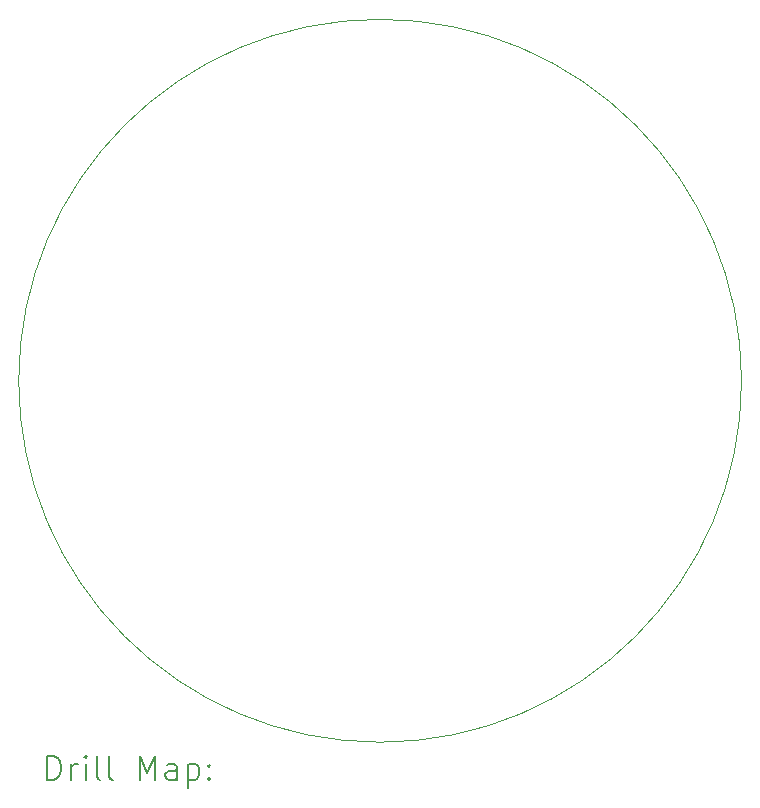
<source format=gbr>
%TF.GenerationSoftware,KiCad,Pcbnew,7.0.1*%
%TF.CreationDate,2023-03-27T13:47:10-05:00*%
%TF.ProjectId,_autosave-Circuitry-Circuit-Card,5f617574-6f73-4617-9665-2d4369726375,rev?*%
%TF.SameCoordinates,Original*%
%TF.FileFunction,Drillmap*%
%TF.FilePolarity,Positive*%
%FSLAX45Y45*%
G04 Gerber Fmt 4.5, Leading zero omitted, Abs format (unit mm)*
G04 Created by KiCad (PCBNEW 7.0.1) date 2023-03-27 13:47:10*
%MOMM*%
%LPD*%
G01*
G04 APERTURE LIST*
%ADD10C,0.100000*%
%ADD11C,0.200000*%
G04 APERTURE END LIST*
D10*
X13220000Y-7620000D02*
G75*
G03*
X13220000Y-7620000I-3060000J0D01*
G01*
D11*
X7342619Y-10997524D02*
X7342619Y-10797524D01*
X7342619Y-10797524D02*
X7390238Y-10797524D01*
X7390238Y-10797524D02*
X7418809Y-10807048D01*
X7418809Y-10807048D02*
X7437857Y-10826095D01*
X7437857Y-10826095D02*
X7447381Y-10845143D01*
X7447381Y-10845143D02*
X7456905Y-10883238D01*
X7456905Y-10883238D02*
X7456905Y-10911810D01*
X7456905Y-10911810D02*
X7447381Y-10949905D01*
X7447381Y-10949905D02*
X7437857Y-10968952D01*
X7437857Y-10968952D02*
X7418809Y-10988000D01*
X7418809Y-10988000D02*
X7390238Y-10997524D01*
X7390238Y-10997524D02*
X7342619Y-10997524D01*
X7542619Y-10997524D02*
X7542619Y-10864190D01*
X7542619Y-10902286D02*
X7552143Y-10883238D01*
X7552143Y-10883238D02*
X7561667Y-10873714D01*
X7561667Y-10873714D02*
X7580714Y-10864190D01*
X7580714Y-10864190D02*
X7599762Y-10864190D01*
X7666428Y-10997524D02*
X7666428Y-10864190D01*
X7666428Y-10797524D02*
X7656905Y-10807048D01*
X7656905Y-10807048D02*
X7666428Y-10816571D01*
X7666428Y-10816571D02*
X7675952Y-10807048D01*
X7675952Y-10807048D02*
X7666428Y-10797524D01*
X7666428Y-10797524D02*
X7666428Y-10816571D01*
X7790238Y-10997524D02*
X7771190Y-10988000D01*
X7771190Y-10988000D02*
X7761667Y-10968952D01*
X7761667Y-10968952D02*
X7761667Y-10797524D01*
X7895000Y-10997524D02*
X7875952Y-10988000D01*
X7875952Y-10988000D02*
X7866428Y-10968952D01*
X7866428Y-10968952D02*
X7866428Y-10797524D01*
X8123571Y-10997524D02*
X8123571Y-10797524D01*
X8123571Y-10797524D02*
X8190238Y-10940381D01*
X8190238Y-10940381D02*
X8256905Y-10797524D01*
X8256905Y-10797524D02*
X8256905Y-10997524D01*
X8437857Y-10997524D02*
X8437857Y-10892762D01*
X8437857Y-10892762D02*
X8428333Y-10873714D01*
X8428333Y-10873714D02*
X8409286Y-10864190D01*
X8409286Y-10864190D02*
X8371190Y-10864190D01*
X8371190Y-10864190D02*
X8352143Y-10873714D01*
X8437857Y-10988000D02*
X8418810Y-10997524D01*
X8418810Y-10997524D02*
X8371190Y-10997524D01*
X8371190Y-10997524D02*
X8352143Y-10988000D01*
X8352143Y-10988000D02*
X8342619Y-10968952D01*
X8342619Y-10968952D02*
X8342619Y-10949905D01*
X8342619Y-10949905D02*
X8352143Y-10930857D01*
X8352143Y-10930857D02*
X8371190Y-10921333D01*
X8371190Y-10921333D02*
X8418810Y-10921333D01*
X8418810Y-10921333D02*
X8437857Y-10911810D01*
X8533095Y-10864190D02*
X8533095Y-11064190D01*
X8533095Y-10873714D02*
X8552143Y-10864190D01*
X8552143Y-10864190D02*
X8590238Y-10864190D01*
X8590238Y-10864190D02*
X8609286Y-10873714D01*
X8609286Y-10873714D02*
X8618810Y-10883238D01*
X8618810Y-10883238D02*
X8628333Y-10902286D01*
X8628333Y-10902286D02*
X8628333Y-10959429D01*
X8628333Y-10959429D02*
X8618810Y-10978476D01*
X8618810Y-10978476D02*
X8609286Y-10988000D01*
X8609286Y-10988000D02*
X8590238Y-10997524D01*
X8590238Y-10997524D02*
X8552143Y-10997524D01*
X8552143Y-10997524D02*
X8533095Y-10988000D01*
X8714048Y-10978476D02*
X8723571Y-10988000D01*
X8723571Y-10988000D02*
X8714048Y-10997524D01*
X8714048Y-10997524D02*
X8704524Y-10988000D01*
X8704524Y-10988000D02*
X8714048Y-10978476D01*
X8714048Y-10978476D02*
X8714048Y-10997524D01*
X8714048Y-10873714D02*
X8723571Y-10883238D01*
X8723571Y-10883238D02*
X8714048Y-10892762D01*
X8714048Y-10892762D02*
X8704524Y-10883238D01*
X8704524Y-10883238D02*
X8714048Y-10873714D01*
X8714048Y-10873714D02*
X8714048Y-10892762D01*
M02*

</source>
